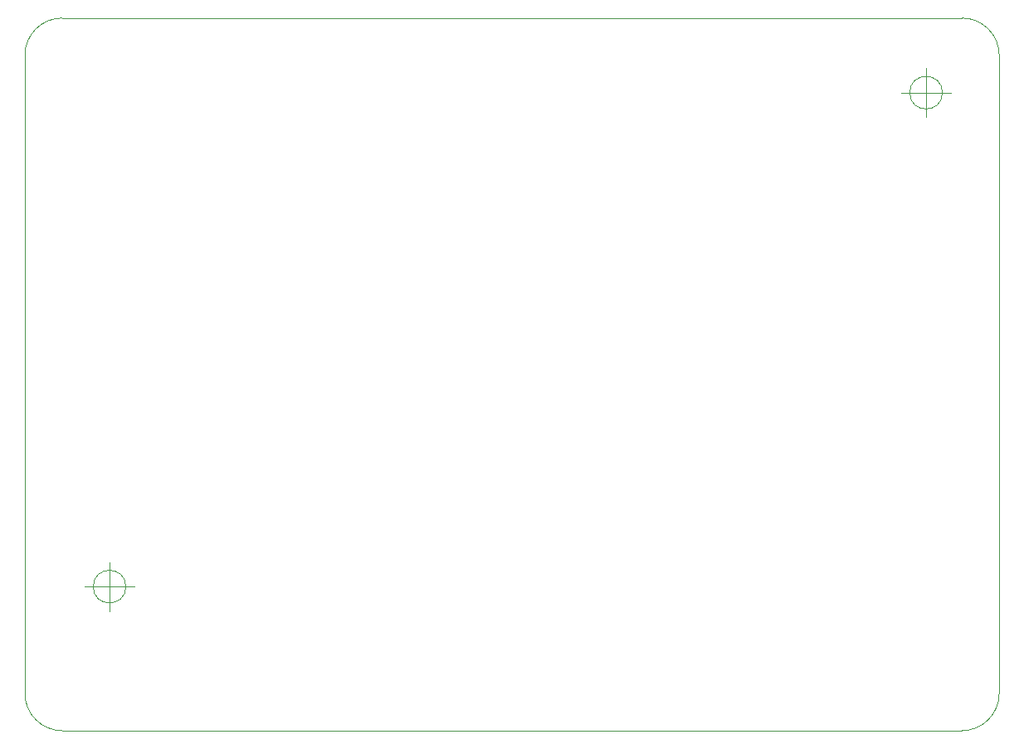
<source format=gm1>
%TF.GenerationSoftware,KiCad,Pcbnew,(6.0.5)*%
%TF.CreationDate,2022-06-02T10:53:14+02:00*%
%TF.ProjectId,Helios-Display,48656c69-6f73-42d4-9469-73706c61792e,5*%
%TF.SameCoordinates,Original*%
%TF.FileFunction,Profile,NP*%
%FSLAX46Y46*%
G04 Gerber Fmt 4.6, Leading zero omitted, Abs format (unit mm)*
G04 Created by KiCad (PCBNEW (6.0.5)) date 2022-06-02 10:53:14*
%MOMM*%
%LPD*%
G01*
G04 APERTURE LIST*
%TA.AperFunction,Profile*%
%ADD10C,0.100000*%
%TD*%
G04 APERTURE END LIST*
D10*
X199743900Y-76200000D02*
G75*
G03*
X195933923Y-72390000I-3810000J0D01*
G01*
X100330000Y-76200000D02*
X100330000Y-141323923D01*
X199743923Y-141323923D02*
X199743923Y-76200000D01*
X195933923Y-145133923D02*
G75*
G03*
X199743923Y-141323923I-23J3810023D01*
G01*
X195933923Y-72390000D02*
X104140000Y-72390000D01*
X100329977Y-141323923D02*
G75*
G03*
X104140000Y-145133923I3810023J23D01*
G01*
X104140000Y-72390000D02*
G75*
G03*
X100330000Y-76200000I0J-3810000D01*
G01*
X104140000Y-145133923D02*
X195933923Y-145133923D01*
X110632666Y-130429000D02*
G75*
G03*
X110632666Y-130429000I-1666666J0D01*
G01*
X106466000Y-130429000D02*
X111466000Y-130429000D01*
X108966000Y-127929000D02*
X108966000Y-132929000D01*
X193944666Y-80010000D02*
G75*
G03*
X193944666Y-80010000I-1666666J0D01*
G01*
X189778000Y-80010000D02*
X194778000Y-80010000D01*
X192278000Y-77510000D02*
X192278000Y-82510000D01*
M02*

</source>
